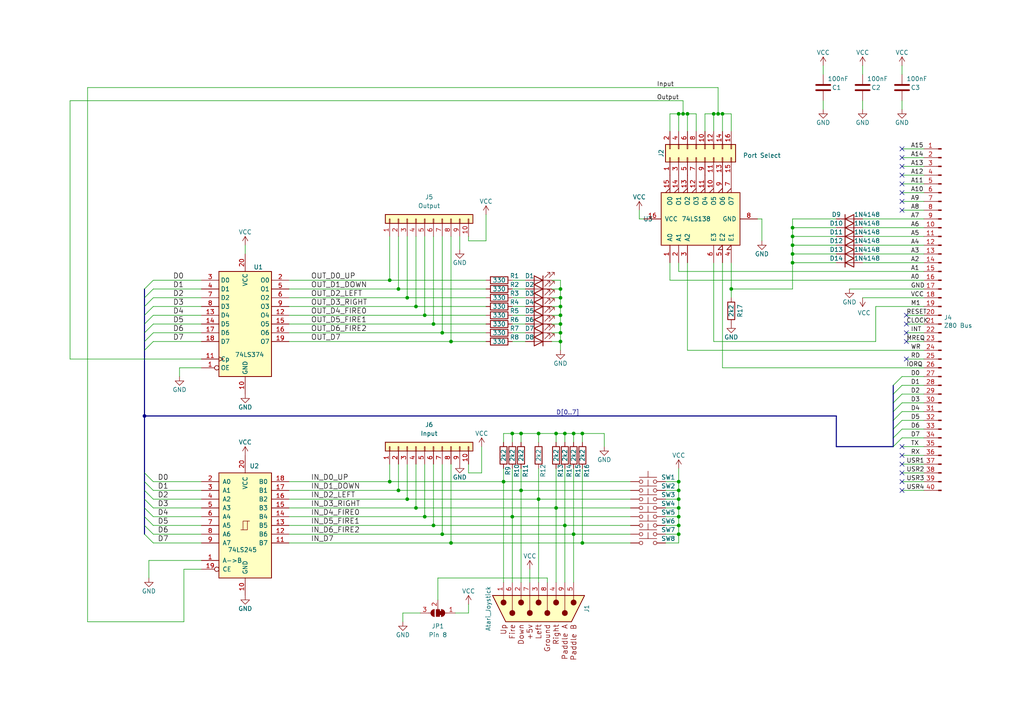
<source format=kicad_sch>
(kicad_sch (version 20231120) (generator "eeschema") (generator_version "8.0")
  (paper "A4")
  (title_block (title "aZ80 Digital I/O & Joystick") (date "2024-07-14") (rev "1.2") (company "Frank Hellmann") (comment 1 "Pin 8 non standard VCC"))
  (lib_symbols
    (symbol "74xx:74LS138" (pin_names (offset 1.016))
      (property "Reference" "U" (at -7.62 11.43 0))
      (property "Value" "74LS138" (at -7.62 -13.97 0))
      (symbol "74LS138_1_0"
        (pin input line (at -12.7 7.62 0) (length 5.08) (name "A0") (number "1"))
        (pin output output_low (at 12.7 -5.08 180) (length 5.08) (name "O5") (number "10"))
        (pin output output_low (at 12.7 -2.54 180) (length 5.08) (name "O4") (number "11"))
        (pin output output_low (at 12.7 0 180) (length 5.08) (name "O3") (number "12"))
        (pin output output_low (at 12.7 2.54 180) (length 5.08) (name "O2") (number "13"))
        (pin output output_low (at 12.7 5.08 180) (length 5.08) (name "O1") (number "14"))
        (pin output output_low (at 12.7 7.62 180) (length 5.08) (name "O0") (number "15"))
        (pin power_in line (at 0 15.24 270) (length 5.08) (name "VCC") (number "16"))
        (pin input line (at -12.7 5.08 0) (length 5.08) (name "A1") (number "2"))
        (pin input line (at -12.7 2.54 0) (length 5.08) (name "A2") (number "3"))
        (pin input input_low (at -12.7 -10.16 0) (length 5.08) (name "E1") (number "4"))
        (pin input input_low (at -12.7 -7.62 0) (length 5.08) (name "E2") (number "5"))
        (pin input line (at -12.7 -5.08 0) (length 5.08) (name "E3") (number "6"))
        (pin output output_low (at 12.7 -10.16 180) (length 5.08) (name "O7") (number "7"))
        (pin power_in line (at 0 -17.78 90) (length 5.08) (name "GND") (number "8"))
        (pin output output_low (at 12.7 -7.62 180) (length 5.08) (name "O6") (number "9"))
      )
    )
    (symbol "74xx:74LS245" (pin_names (offset 1.016))
      (property "Reference" "U" (at -7.62 16.51 0))
      (property "Value" "74LS245" (at -7.62 -16.51 0))
      (symbol "74LS245_1_0"
        (pin input line (at -12.7 -10.16 0) (length 5.08) (name "A->B") (number "1"))
        (pin power_in line (at 0 -20.32 90) (length 5.08) (name "GND") (number "10"))
        (pin tri_state line (at 12.7 -5.08 180) (length 5.08) (name "B7") (number "11"))
        (pin tri_state line (at 12.7 -2.54 180) (length 5.08) (name "B6") (number "12"))
        (pin tri_state line (at 12.7 0 180) (length 5.08) (name "B5") (number "13"))
        (pin tri_state line (at 12.7 2.54 180) (length 5.08) (name "B4") (number "14"))
        (pin tri_state line (at 12.7 5.08 180) (length 5.08) (name "B3") (number "15"))
        (pin tri_state line (at 12.7 7.62 180) (length 5.08) (name "B2") (number "16"))
        (pin tri_state line (at 12.7 10.16 180) (length 5.08) (name "B1") (number "17"))
        (pin tri_state line (at 12.7 12.7 180) (length 5.08) (name "B0") (number "18"))
        (pin input inverted (at -12.7 -12.7 0) (length 5.08) (name "CE") (number "19"))
        (pin tri_state line (at -12.7 12.7 0) (length 5.08) (name "A0") (number "2"))
        (pin power_in line (at 0 20.32 270) (length 5.08) (name "VCC") (number "20"))
        (pin tri_state line (at -12.7 10.16 0) (length 5.08) (name "A1") (number "3"))
        (pin tri_state line (at -12.7 7.62 0) (length 5.08) (name "A2") (number "4"))
        (pin tri_state line (at -12.7 5.08 0) (length 5.08) (name "A3") (number "5"))
        (pin tri_state line (at -12.7 2.54 0) (length 5.08) (name "A4") (number "6"))
        (pin tri_state line (at -12.7 0 0) (length 5.08) (name "A5") (number "7"))
        (pin tri_state line (at -12.7 -2.54 0) (length 5.08) (name "A6") (number "8"))
        (pin tri_state line (at -12.7 -5.08 0) (length 5.08) (name "A7") (number "9"))
      )
    )
    (symbol "74xx:74LS374"
      (property "Reference" "U" (at -7.62 16.51 0))
      (property "Value" "74LS374" (at -7.62 -16.51 0))
      (symbol "74LS374_1_0"
        (pin input inverted (at -12.7 -12.7 0) (length 5.08) (name "OE") (number "1"))
        (pin power_in line (at 0 -20.32 90) (length 5.08) (name "GND") (number "10"))
        (pin input clock (at -12.7 -10.16 0) (length 5.08) (name "Cp") (number "11"))
        (pin tri_state line (at 12.7 2.54 180) (length 5.08) (name "O4") (number "12"))
        (pin input line (at -12.7 2.54 0) (length 5.08) (name "D4") (number "13"))
        (pin input line (at -12.7 0 0) (length 5.08) (name "D5") (number "14"))
        (pin tri_state line (at 12.7 0 180) (length 5.08) (name "O5") (number "15"))
        (pin tri_state line (at 12.7 -2.54 180) (length 5.08) (name "O6") (number "16"))
        (pin input line (at -12.7 -2.54 0) (length 5.08) (name "D6") (number "17"))
        (pin input line (at -12.7 -5.08 0) (length 5.08) (name "D7") (number "18"))
        (pin tri_state line (at 12.7 -5.08 180) (length 5.08) (name "O7") (number "19"))
        (pin tri_state line (at 12.7 12.7 180) (length 5.08) (name "O0") (number "2"))
        (pin power_in line (at 0 20.32 270) (length 5.08) (name "VCC") (number "20"))
        (pin input line (at -12.7 12.7 0) (length 5.08) (name "D0") (number "3"))
        (pin input line (at -12.7 10.16 0) (length 5.08) (name "D1") (number "4"))
        (pin tri_state line (at 12.7 10.16 180) (length 5.08) (name "O1") (number "5"))
        (pin tri_state line (at 12.7 7.62 180) (length 5.08) (name "O2") (number "6"))
        (pin input line (at -12.7 7.62 0) (length 5.08) (name "D2") (number "7"))
        (pin input line (at -12.7 5.08 0) (length 5.08) (name "D3") (number "8"))
        (pin tri_state line (at 12.7 5.08 180) (length 5.08) (name "O3") (number "9"))
      )
    )
    (symbol "Connector_Generic:Conn_01x10" (pin_names (offset 1.016) hide)
      (property "Reference" "J" (at 0 12.7 0))
      (property "Value" "Conn_01x10" (at 0 -15.24 0))
      (symbol "Conn_01x10_1_1"
        (pin passive line (at -5.08 10.16 0) (length 3.81) (name "Pin_1") (number "1"))
        (pin passive line (at -5.08 -12.7 0) (length 3.81) (name "Pin_10") (number "10"))
        (pin passive line (at -5.08 7.62 0) (length 3.81) (name "Pin_2") (number "2"))
        (pin passive line (at -5.08 5.08 0) (length 3.81) (name "Pin_3") (number "3"))
        (pin passive line (at -5.08 2.54 0) (length 3.81) (name "Pin_4") (number "4"))
        (pin passive line (at -5.08 0 0) (length 3.81) (name "Pin_5") (number "5"))
        (pin passive line (at -5.08 -2.54 0) (length 3.81) (name "Pin_6") (number "6"))
        (pin passive line (at -5.08 -5.08 0) (length 3.81) (name "Pin_7") (number "7"))
        (pin passive line (at -5.08 -7.62 0) (length 3.81) (name "Pin_8") (number "8"))
        (pin passive line (at -5.08 -10.16 0) (length 3.81) (name "Pin_9") (number "9"))
      )
    )
    (symbol "Connector_Generic:Conn_02x08_Odd_Even" (pin_names (offset 1.016) hide)
      (property "Reference" "J" (at 1.27 10.16 0))
      (property "Value" "Conn_02x08_Odd_Even" (at 1.27 -12.7 0))
      (symbol "Conn_02x08_Odd_Even_1_1"
        (pin passive line (at -5.08 7.62 0) (length 3.81) (name "Pin_1") (number "1"))
        (pin passive line (at 7.62 -2.54 180) (length 3.81) (name "Pin_10") (number "10"))
        (pin passive line (at -5.08 -5.08 0) (length 3.81) (name "Pin_11") (number "11"))
        (pin passive line (at 7.62 -5.08 180) (length 3.81) (name "Pin_12") (number "12"))
        (pin passive line (at -5.08 -7.62 0) (length 3.81) (name "Pin_13") (number "13"))
        (pin passive line (at 7.62 -7.62 180) (length 3.81) (name "Pin_14") (number "14"))
        (pin passive line (at -5.08 -10.16 0) (length 3.81) (name "Pin_15") (number "15"))
        (pin passive line (at 7.62 -10.16 180) (length 3.81) (name "Pin_16") (number "16"))
        (pin passive line (at 7.62 7.62 180) (length 3.81) (name "Pin_2") (number "2"))
        (pin passive line (at -5.08 5.08 0) (length 3.81) (name "Pin_3") (number "3"))
        (pin passive line (at 7.62 5.08 180) (length 3.81) (name "Pin_4") (number "4"))
        (pin passive line (at -5.08 2.54 0) (length 3.81) (name "Pin_5") (number "5"))
        (pin passive line (at 7.62 2.54 180) (length 3.81) (name "Pin_6") (number "6"))
        (pin passive line (at -5.08 0 0) (length 3.81) (name "Pin_7") (number "7"))
        (pin passive line (at 7.62 0 180) (length 3.81) (name "Pin_8") (number "8"))
        (pin passive line (at -5.08 -2.54 0) (length 3.81) (name "Pin_9") (number "9"))
      )
    )
    (symbol "Device:C" (pin_numbers hide) (pin_names (offset 0.254))
      (property "Reference" "C" (at 0.635 2.54 0))
      (property "Value" "C" (at 0.635 -2.54 0))
      (symbol "C_1_1"
        (pin passive line (at 0 3.81 270) (length 2.794) (name "~") (number "1"))
        (pin passive line (at 0 -3.81 90) (length 2.794) (name "~") (number "2"))
      )
    )
    (symbol "Device:LED" (pin_numbers hide) (pin_names (offset 1.016) hide)
      (property "Reference" "D" (at 0 2.54 0))
      (property "Value" "LED" (at 0 -2.54 0))
      (symbol "LED_1_1"
        (pin passive line (at -3.81 0 0) (length 2.54) (name "K") (number "1"))
        (pin passive line (at 3.81 0 180) (length 2.54) (name "A") (number "2"))
      )
    )
    (symbol "Device:R" (pin_numbers hide) (pin_names (offset 0))
      (property "Reference" "R" (at 2.032 0 90))
      (property "Value" "R" (at 0 0 90))
      (symbol "R_1_1"
        (pin passive line (at 0 3.81 270) (length 1.27) (name "~") (number "1"))
        (pin passive line (at 0 -3.81 90) (length 1.27) (name "~") (number "2"))
      )
    )
    (symbol "Diode:1N4148" (pin_numbers hide) (pin_names hide)
      (property "Reference" "D" (at 0 2.54 0))
      (property "Value" "1N4148" (at 0 -2.54 0))
      (symbol "1N4148_1_1"
        (pin passive line (at -3.81 0 0) (length 2.54) (name "K") (number "1"))
        (pin passive line (at 3.81 0 180) (length 2.54) (name "A") (number "2"))
      )
    )
    (symbol "Jumper:SolderJumper_3_Bridged12" (pin_names (offset 0) hide) (exclude_from_sim yes) (in_bom no)
      (property "Reference" "JP" (at -2.54 -2.54 0))
      (property "Value" "SolderJumper_3_Bridged12" (at 0 2.794 0))
      (symbol "SolderJumper_3_Bridged12_1_1"
        (pin passive line (at -5.08 0 0) (length 2.54) (name "A") (number "1"))
        (pin passive line (at 0 -3.81 90) (length 2.54) (name "C") (number "2"))
        (pin passive line (at 5.08 0 180) (length 2.54) (name "B") (number "3"))
      )
    )
    (symbol "Switch:SW_Push" (pin_numbers hide) (pin_names (offset 1.016) hide)
      (property "Reference" "SW" (at 1.27 2.54 0))
      (property "Value" "SW_Push" (at 0 -1.524 0))
      (symbol "SW_Push_0_1"
        (pin passive line (at -5.08 0 0) (length 2.54) (name "1") (number "1"))
        (pin passive line (at 5.08 0 180) (length 2.54) (name "2") (number "2"))
      )
    )
    (symbol "aZ80_DIO-rescue:Atari_Joystick" (pin_names (offset 1.016) hide)
      (property "Reference" "J1" (at 0 13.97 0))
      (property "Value" "Atari_Joystick" (at 0 -14.605 0))
      (symbol "Atari_Joystick_0_0"
        (text "+5v" (at 4.445 -2.54 0) (effects (font (size 1.524 1.524)) (justify left)))
        (text "Down" (at 4.445 -5.08 0) (effects (font (size 1.524 1.524)) (justify left)))
        (text "Fire" (at 4.445 -7.62 0) (effects (font (size 1.524 1.524)) (justify left)))
        (text "Ground" (at 4.445 2.54 0) (effects (font (size 1.524 1.524)) (justify left)))
        (text "Left" (at 4.445 0 0) (effects (font (size 1.524 1.524)) (justify left)))
        (text "Paddle A" (at 4.445 7.62 0) (effects (font (size 1.524 1.524)) (justify left)))
        (text "Paddle B" (at 4.445 10.16 0) (effects (font (size 1.524 1.524)) (justify left)))
        (text "Right" (at 4.445 5.08 0) (effects (font (size 1.524 1.524)) (justify left)))
        (text "Up" (at 4.445 -10.16 0) (effects (font (size 1.524 1.524)) (justify left)))
      )
      (symbol "Atari_Joystick_1_1"
        (pin passive line (at -7.62 -10.16 0) (length 3.81) (name "1") (number "1"))
        (pin passive line (at -7.62 -5.08 0) (length 3.81) (name "2") (number "2"))
        (pin passive line (at -7.62 0 0) (length 3.81) (name "3") (number "3"))
        (pin passive line (at -7.62 5.08 0) (length 3.81) (name "4") (number "4"))
        (pin passive line (at -7.62 10.16 0) (length 3.81) (name "5") (number "5"))
        (pin passive line (at -7.62 -7.62 0) (length 3.81) (name "6") (number "6"))
        (pin power_out line (at -7.62 -2.54 0) (length 3.81) (name "7") (number "7"))
        (pin power_out line (at -7.62 2.54 0) (length 3.81) (name "8") (number "8"))
        (pin passive line (at -7.62 7.62 0) (length 3.81) (name "9") (number "9"))
      )
    )
    (symbol "aZ80_DIO-rescue:Conn_01x40_Male-Connector" (pin_names (offset 1.016) hide)
      (property "Reference" "J" (at 0 50.8 0))
      (property "Value" "Connector_Conn_01x40_Male" (at 0 -53.34 0))
      (symbol "Conn_01x40_Male-Connector_1_1"
        (pin passive line (at 5.08 48.26 180) (length 3.81) (name "Pin_1") (number "1"))
        (pin passive line (at 5.08 25.4 180) (length 3.81) (name "Pin_10") (number "10"))
        (pin passive line (at 5.08 22.86 180) (length 3.81) (name "Pin_11") (number "11"))
        (pin passive line (at 5.08 20.32 180) (length 3.81) (name "Pin_12") (number "12"))
        (pin passive line (at 5.08 17.78 180) (length 3.81) (name "Pin_13") (number "13"))
        (pin passive line (at 5.08 15.24 180) (length 3.81) (name "Pin_14") (number "14"))
        (pin passive line (at 5.08 12.7 180) (length 3.81) (name "Pin_15") (number "15"))
        (pin passive line (at 5.08 10.16 180) (length 3.81) (name "Pin_16") (number "16"))
        (pin passive line (at 5.08 7.62 180) (length 3.81) (name "Pin_17") (number "17"))
        (pin passive line (at 5.08 5.08 180) (length 3.81) (name "Pin_18") (number "18"))
        (pin passive line (at 5.08 2.54 180) (length 3.81) (name "Pin_19") (number "19"))
        (pin passive line (at 5.08 45.72 180) (length 3.81) (name "Pin_2") (number "2"))
        (pin passive line (at 5.08 0 180) (length 3.81) (name "Pin_20") (number "20"))
        (pin passive line (at 5.08 -2.54 180) (length 3.81) (name "Pin_21") (number "21"))
        (pin passive line (at 5.08 -5.08 180) (length 3.81) (name "Pin_22") (number "22"))
        (pin passive line (at 5.08 -7.62 180) (length 3.81) (name "Pin_23") (number "23"))
        (pin passive line (at 5.08 -10.16 180) (length 3.81) (name "Pin_24") (number "24"))
        (pin passive line (at 5.08 -12.7 180) (length 3.81) (name "Pin_25") (number "25"))
        (pin passive line (at 5.08 -15.24 180) (length 3.81) (name "Pin_26") (number "26"))
        (pin passive line (at 5.08 -17.78 180) (length 3.81) (name "Pin_27") (number "27"))
        (pin passive line (at 5.08 -20.32 180) (length 3.81) (name "Pin_28") (number "28"))
        (pin passive line (at 5.08 -22.86 180) (length 3.81) (name "Pin_29") (number "29"))
        (pin passive line (at 5.08 43.18 180) (length 3.81) (name "Pin_3") (number "3"))
        (pin passive line (at 5.08 -25.4 180) (length 3.81) (name "Pin_30") (number "30"))
        (pin passive line (at 5.08 -27.94 180) (length 3.81) (name "Pin_31") (number "31"))
        (pin passive line (at 5.08 -30.48 180) (length 3.81) (name "Pin_32") (number "32"))
        (pin passive line (at 5.08 -33.02 180) (length 3.81) (name "Pin_33") (number "33"))
        (pin passive line (at 5.08 -35.56 180) (length 3.81) (name "Pin_34") (number "34"))
        (pin passive line (at 5.08 -38.1 180) (length 3.81) (name "Pin_35") (number "35"))
        (pin passive line (at 5.08 -40.64 180) (length 3.81) (name "Pin_36") (number "36"))
        (pin passive line (at 5.08 -43.18 180) (length 3.81) (name "Pin_37") (number "37"))
        (pin passive line (at 5.08 -45.72 180) (length 3.81) (name "Pin_38") (number "38"))
        (pin passive line (at 5.08 -48.26 180) (length 3.81) (name "Pin_39") (number "39"))
        (pin passive line (at 5.08 40.64 180) (length 3.81) (name "Pin_4") (number "4"))
        (pin passive line (at 5.08 -50.8 180) (length 3.81) (name "Pin_40") (number "40"))
        (pin passive line (at 5.08 38.1 180) (length 3.81) (name "Pin_5") (number "5"))
        (pin passive line (at 5.08 35.56 180) (length 3.81) (name "Pin_6") (number "6"))
        (pin passive line (at 5.08 33.02 180) (length 3.81) (name "Pin_7") (number "7"))
        (pin passive line (at 5.08 30.48 180) (length 3.81) (name "Pin_8") (number "8"))
        (pin passive line (at 5.08 27.94 180) (length 3.81) (name "Pin_9") (number "9"))
      )
    )
    (symbol "power:GND" (power) (pin_names (offset 0))
      (property "Value" "GND" (at 0 -3.81 0))
      (symbol "GND_1_1"
        (pin power_in line (at 0 0 270) (length 0) hide (name "GND") (number "1"))
      )
    )
    (symbol "power:VCC" (power) (pin_names (offset 0))
      (property "Value" "VCC" (at 0 3.81 0))
      (symbol "VCC_1_1"
        (pin power_in line (at 0 0 90) (length 0) hide (name "VCC") (number "1"))
      )
    )
  )
  (junction (at 229.87 73.66))
  (junction (at 161.29 147.32))
  (junction (at 196.85 139.7))
  (junction (at 123.19 149.86))
  (junction (at 162.56 99.06))
  (junction (at 166.37 125.73))
  (junction (at 196.85 142.24))
  (junction (at 168.91 125.73))
  (junction (at 162.56 83.82))
  (junction (at 163.83 125.73))
  (junction (at 208.28 33.02))
  (junction (at 207.01 33.02))
  (junction (at 115.57 83.82))
  (junction (at 196.85 147.32))
  (junction (at 130.81 99.06))
  (junction (at 120.65 147.32))
  (junction (at 115.57 142.24))
  (junction (at 41.91 120.65))
  (junction (at 168.91 157.48))
  (junction (at 120.65 88.9))
  (junction (at 212.09 83.82))
  (junction (at 146.05 139.7))
  (junction (at 118.11 144.78))
  (junction (at 209.55 33.02))
  (junction (at 151.13 142.24))
  (junction (at 148.59 149.86))
  (junction (at 148.59 125.73))
  (junction (at 229.87 71.12))
  (junction (at 156.21 125.73))
  (junction (at 128.27 154.94))
  (junction (at 163.83 152.4))
  (junction (at 196.85 152.4))
  (junction (at 125.73 152.4))
  (junction (at 130.81 157.48))
  (junction (at 113.03 139.7))
  (junction (at 151.13 125.73))
  (junction (at 198.12 33.02))
  (junction (at 162.56 96.52))
  (junction (at 123.19 91.44))
  (junction (at 196.85 154.94))
  (junction (at 118.11 86.36))
  (junction (at 196.85 33.02))
  (junction (at 196.85 149.86))
  (junction (at 229.87 76.2))
  (junction (at 125.73 93.98))
  (junction (at 161.29 125.73))
  (junction (at 196.85 144.78))
  (junction (at 113.03 81.28))
  (junction (at 162.56 93.98))
  (junction (at 128.27 96.52))
  (junction (at 229.87 68.58))
  (junction (at 156.21 144.78))
  (junction (at 162.56 88.9))
  (junction (at 199.39 33.02))
  (junction (at 162.56 91.44))
  (junction (at 166.37 154.94))
  (junction (at 229.87 66.04))
  (junction (at 162.56 86.36))
  (no_connect (at 261.62 58.42))
  (no_connect (at 262.89 91.44))
  (no_connect (at 261.62 139.7))
  (no_connect (at 261.62 55.88))
  (no_connect (at 262.89 93.98))
  (no_connect (at 261.62 45.72))
  (no_connect (at 261.62 60.96))
  (no_connect (at 262.89 96.52))
  (no_connect (at 262.89 104.14))
  (no_connect (at 261.62 43.18))
  (no_connect (at 261.62 48.26))
  (no_connect (at 262.89 99.06))
  (no_connect (at 261.62 134.62))
  (no_connect (at 261.62 132.08))
  (no_connect (at 261.62 53.34))
  (no_connect (at 261.62 50.8))
  (no_connect (at 261.62 142.24))
  (no_connect (at 261.62 129.54))
  (no_connect (at 261.62 137.16))
  (bus_entry (at 259.08 111.76) (size 2.54 -2.54))
  (bus_entry (at 44.45 147.32) (size -2.54 -2.54))
  (bus_entry (at 44.45 157.48) (size -2.54 -2.54))
  (bus_entry (at 44.45 152.4) (size -2.54 -2.54))
  (bus_entry (at 259.08 121.92) (size 2.54 -2.54))
  (bus_entry (at 44.45 144.78) (size -2.54 -2.54))
  (bus_entry (at 259.08 119.38) (size 2.54 -2.54))
  (bus_entry (at 259.08 127) (size 2.54 -2.54))
  (bus_entry (at 259.08 129.54) (size 2.54 -2.54))
  (bus_entry (at 44.45 88.9) (size -2.54 2.54))
  (bus_entry (at 44.45 142.24) (size -2.54 -2.54))
  (bus_entry (at 44.45 83.82) (size -2.54 2.54))
  (bus_entry (at 259.08 114.3) (size 2.54 -2.54))
  (bus_entry (at 44.45 93.98) (size -2.54 2.54))
  (bus_entry (at 259.08 116.84) (size 2.54 -2.54))
  (bus_entry (at 44.45 154.94) (size -2.54 -2.54))
  (bus_entry (at 44.45 149.86) (size -2.54 -2.54))
  (bus_entry (at 44.45 91.44) (size -2.54 2.54))
  (bus_entry (at 44.45 96.52) (size -2.54 2.54))
  (bus_entry (at 259.08 124.46) (size 2.54 -2.54))
  (bus_entry (at 44.45 139.7) (size -2.54 -2.54))
  (bus_entry (at 44.45 81.28) (size -2.54 2.54))
  (bus_entry (at 44.45 86.36) (size -2.54 2.54))
  (bus_entry (at 44.45 99.06) (size -2.54 2.54))
  (wire (pts (xy 151.13 142.24) (xy 151.13 168.91)))
  (wire (pts (xy 194.31 33.02) (xy 194.31 38.1)))
  (bus (pts (xy 41.91 96.52) (xy 41.91 99.06)))
  (wire (pts (xy 196.85 152.4) (xy 196.85 154.94)))
  (wire (pts (xy 44.45 154.94) (xy 58.42 154.94)))
  (wire (pts (xy 123.19 68.58) (xy 123.19 91.44)))
  (wire (pts (xy 207.01 76.2) (xy 207.01 99.06)))
  (wire (pts (xy 160.02 83.82) (xy 162.56 83.82)))
  (wire (pts (xy 156.21 144.78) (xy 156.21 168.91)))
  (wire (pts (xy 193.04 144.78) (xy 196.85 144.78)))
  (wire (pts (xy 128.27 96.52) (xy 140.97 96.52)))
  (wire (pts (xy 148.59 135.89) (xy 148.59 149.86)))
  (wire (pts (xy 148.59 91.44) (xy 152.4 91.44)))
  (wire (pts (xy 242.57 63.5) (xy 229.87 63.5)))
  (wire (pts (xy 246.38 83.82) (xy 267.97 83.82)))
  (bus (pts (xy 259.08 119.38) (xy 259.08 121.92)))
  (wire (pts (xy 83.82 88.9) (xy 120.65 88.9)))
  (wire (pts (xy 250.19 86.36) (xy 267.97 86.36)))
  (wire (pts (xy 163.83 152.4) (xy 182.88 152.4)))
  (wire (pts (xy 166.37 154.94) (xy 182.88 154.94)))
  (wire (pts (xy 83.82 142.24) (xy 115.57 142.24)))
  (wire (pts (xy 161.29 128.27) (xy 161.29 125.73)))
  (wire (pts (xy 113.03 139.7) (xy 146.05 139.7)))
  (wire (pts (xy 118.11 86.36) (xy 140.97 86.36)))
  (wire (pts (xy 162.56 93.98) (xy 162.56 96.52)))
  (wire (pts (xy 267.97 93.98) (xy 262.89 93.98)))
  (wire (pts (xy 267.97 60.96) (xy 261.62 60.96)))
  (wire (pts (xy 267.97 55.88) (xy 261.62 55.88)))
  (wire (pts (xy 123.19 134.62) (xy 123.19 149.86)))
  (wire (pts (xy 199.39 101.6) (xy 267.97 101.6)))
  (wire (pts (xy 196.85 135.89) (xy 196.85 139.7)))
  (wire (pts (xy 161.29 135.89) (xy 161.29 147.32)))
  (wire (pts (xy 250.19 66.04) (xy 267.97 66.04)))
  (wire (pts (xy 130.81 157.48) (xy 168.91 157.48)))
  (wire (pts (xy 185.42 60.96) (xy 185.42 63.5)))
  (wire (pts (xy 44.45 91.44) (xy 58.42 91.44)))
  (wire (pts (xy 151.13 128.27) (xy 151.13 125.73)))
  (wire (pts (xy 43.18 167.64) (xy 43.18 162.56)))
  (wire (pts (xy 267.97 111.76) (xy 261.62 111.76)))
  (wire (pts (xy 44.45 99.06) (xy 58.42 99.06)))
  (wire (pts (xy 44.45 86.36) (xy 58.42 86.36)))
  (wire (pts (xy 113.03 81.28) (xy 140.97 81.28)))
  (bus (pts (xy 41.91 91.44) (xy 41.91 93.98)))
  (wire (pts (xy 146.05 139.7) (xy 146.05 168.91)))
  (wire (pts (xy 118.11 134.62) (xy 118.11 144.78)))
  (wire (pts (xy 196.85 149.86) (xy 196.85 152.4)))
  (wire (pts (xy 267.97 124.46) (xy 261.62 124.46)))
  (wire (pts (xy 44.45 149.86) (xy 58.42 149.86)))
  (wire (pts (xy 83.82 154.94) (xy 128.27 154.94)))
  (wire (pts (xy 196.85 142.24) (xy 196.85 144.78)))
  (wire (pts (xy 113.03 134.62) (xy 113.03 139.7)))
  (wire (pts (xy 44.45 142.24) (xy 58.42 142.24)))
  (wire (pts (xy 193.04 152.4) (xy 196.85 152.4)))
  (bus (pts (xy 41.91 99.06) (xy 41.91 101.6)))
  (wire (pts (xy 130.81 134.62) (xy 130.81 157.48)))
  (wire (pts (xy 83.82 149.86) (xy 123.19 149.86)))
  (wire (pts (xy 83.82 147.32) (xy 120.65 147.32)))
  (wire (pts (xy 175.26 125.73) (xy 175.26 129.54)))
  (wire (pts (xy 199.39 33.02) (xy 199.39 38.1)))
  (wire (pts (xy 267.97 58.42) (xy 261.62 58.42)))
  (wire (pts (xy 229.87 71.12) (xy 229.87 73.66)))
  (wire (pts (xy 83.82 83.82) (xy 115.57 83.82)))
  (wire (pts (xy 115.57 142.24) (xy 151.13 142.24)))
  (wire (pts (xy 207.01 99.06) (xy 254 99.06)))
  (wire (pts (xy 83.82 152.4) (xy 125.73 152.4)))
  (wire (pts (xy 71.12 71.12) (xy 71.12 73.66)))
  (wire (pts (xy 135.89 177.8) (xy 132.08 177.8)))
  (wire (pts (xy 135.89 69.85) (xy 140.97 69.85)))
  (wire (pts (xy 146.05 128.27) (xy 146.05 125.73)))
  (wire (pts (xy 83.82 139.7) (xy 113.03 139.7)))
  (wire (pts (xy 166.37 135.89) (xy 166.37 154.94)))
  (wire (pts (xy 267.97 109.22) (xy 261.62 109.22)))
  (wire (pts (xy 193.04 149.86) (xy 196.85 149.86)))
  (wire (pts (xy 163.83 128.27) (xy 163.83 125.73)))
  (wire (pts (xy 53.34 165.1) (xy 53.34 180.34)))
  (wire (pts (xy 212.09 33.02) (xy 212.09 38.1)))
  (wire (pts (xy 162.56 86.36) (xy 162.56 88.9)))
  (wire (pts (xy 267.97 91.44) (xy 262.89 91.44)))
  (bus (pts (xy 259.08 116.84) (xy 259.08 119.38)))
  (wire (pts (xy 128.27 154.94) (xy 166.37 154.94)))
  (wire (pts (xy 44.45 93.98) (xy 58.42 93.98)))
  (wire (pts (xy 250.19 68.58) (xy 267.97 68.58)))
  (wire (pts (xy 185.42 63.5) (xy 186.69 63.5)))
  (wire (pts (xy 156.21 135.89) (xy 156.21 144.78)))
  (wire (pts (xy 162.56 81.28) (xy 162.56 83.82)))
  (bus (pts (xy 242.57 129.54) (xy 242.57 120.65)))
  (wire (pts (xy 229.87 68.58) (xy 229.87 71.12)))
  (wire (pts (xy 120.65 88.9) (xy 140.97 88.9)))
  (wire (pts (xy 140.97 69.85) (xy 140.97 62.23)))
  (wire (pts (xy 229.87 76.2) (xy 242.57 76.2)))
  (wire (pts (xy 44.45 139.7) (xy 58.42 139.7)))
  (wire (pts (xy 125.73 68.58) (xy 125.73 93.98)))
  (wire (pts (xy 162.56 91.44) (xy 160.02 91.44)))
  (wire (pts (xy 267.97 129.54) (xy 261.62 129.54)))
  (wire (pts (xy 229.87 68.58) (xy 242.57 68.58)))
  (wire (pts (xy 123.19 149.86) (xy 148.59 149.86)))
  (bus (pts (xy 259.08 129.54) (xy 242.57 129.54)))
  (bus (pts (xy 259.08 129.54) (xy 259.08 127)))
  (wire (pts (xy 229.87 66.04) (xy 229.87 68.58)))
  (wire (pts (xy 229.87 83.82) (xy 212.09 83.82)))
  (wire (pts (xy 162.56 99.06) (xy 160.02 99.06)))
  (wire (pts (xy 135.89 68.58) (xy 135.89 69.85)))
  (bus (pts (xy 41.91 144.78) (xy 41.91 147.32)))
  (wire (pts (xy 25.4 25.4) (xy 208.28 25.4)))
  (wire (pts (xy 83.82 99.06) (xy 130.81 99.06)))
  (wire (pts (xy 44.45 157.48) (xy 58.42 157.48)))
  (wire (pts (xy 83.82 157.48) (xy 130.81 157.48)))
  (wire (pts (xy 127 167.64) (xy 158.75 167.64)))
  (wire (pts (xy 162.56 83.82) (xy 162.56 86.36)))
  (wire (pts (xy 196.85 147.32) (xy 196.85 149.86)))
  (wire (pts (xy 196.85 33.02) (xy 198.12 33.02)))
  (wire (pts (xy 53.34 180.34) (xy 25.4 180.34)))
  (wire (pts (xy 229.87 71.12) (xy 242.57 71.12)))
  (wire (pts (xy 116.84 180.34) (xy 116.84 177.8)))
  (wire (pts (xy 83.82 144.78) (xy 118.11 144.78)))
  (wire (pts (xy 204.47 33.02) (xy 204.47 38.1)))
  (wire (pts (xy 115.57 134.62) (xy 115.57 142.24)))
  (wire (pts (xy 267.97 119.38) (xy 261.62 119.38)))
  (wire (pts (xy 148.59 81.28) (xy 152.4 81.28)))
  (wire (pts (xy 196.85 154.94) (xy 196.85 157.48)))
  (wire (pts (xy 44.45 96.52) (xy 58.42 96.52)))
  (wire (pts (xy 125.73 134.62) (xy 125.73 152.4)))
  (wire (pts (xy 229.87 73.66) (xy 242.57 73.66)))
  (wire (pts (xy 208.28 25.4) (xy 208.28 33.02)))
  (wire (pts (xy 163.83 135.89) (xy 163.83 152.4)))
  (wire (pts (xy 43.18 162.56) (xy 58.42 162.56)))
  (wire (pts (xy 250.19 29.21) (xy 250.19 31.75)))
  (wire (pts (xy 123.19 91.44) (xy 140.97 91.44)))
  (wire (pts (xy 44.45 83.82) (xy 58.42 83.82)))
  (wire (pts (xy 267.97 142.24) (xy 261.62 142.24)))
  (wire (pts (xy 162.56 93.98) (xy 160.02 93.98)))
  (wire (pts (xy 207.01 33.02) (xy 207.01 38.1)))
  (wire (pts (xy 267.97 99.06) (xy 262.89 99.06)))
  (bus (pts (xy 242.57 120.65) (xy 41.91 120.65)))
  (wire (pts (xy 262.89 104.14) (xy 267.97 104.14)))
  (wire (pts (xy 153.67 168.91) (xy 153.67 165.1)))
  (wire (pts (xy 156.21 128.27) (xy 156.21 125.73)))
  (wire (pts (xy 115.57 68.58) (xy 115.57 83.82)))
  (wire (pts (xy 151.13 125.73) (xy 156.21 125.73)))
  (wire (pts (xy 135.89 134.62) (xy 135.89 137.16)))
  (wire (pts (xy 267.97 132.08) (xy 261.62 132.08)))
  (wire (pts (xy 162.56 96.52) (xy 162.56 99.06)))
  (wire (pts (xy 193.04 154.94) (xy 196.85 154.94)))
  (wire (pts (xy 267.97 137.16) (xy 261.62 137.16)))
  (wire (pts (xy 168.91 125.73) (xy 175.26 125.73)))
  (wire (pts (xy 250.19 63.5) (xy 267.97 63.5)))
  (wire (pts (xy 118.11 68.58) (xy 118.11 86.36)))
  (wire (pts (xy 267.97 53.34) (xy 261.62 53.34)))
  (wire (pts (xy 261.62 29.21) (xy 261.62 31.75)))
  (wire (pts (xy 194.31 76.2) (xy 194.31 81.28)))
  (wire (pts (xy 133.35 68.58) (xy 133.35 72.39)))
  (wire (pts (xy 267.97 127) (xy 261.62 127)))
  (wire (pts (xy 168.91 157.48) (xy 182.88 157.48)))
  (bus (pts (xy 41.91 137.16) (xy 41.91 139.7)))
  (wire (pts (xy 44.45 88.9) (xy 58.42 88.9)))
  (wire (pts (xy 135.89 175.26) (xy 135.89 177.8)))
  (wire (pts (xy 116.84 177.8) (xy 121.92 177.8)))
  (wire (pts (xy 199.39 76.2) (xy 199.39 101.6)))
  (bus (pts (xy 41.91 120.65) (xy 41.91 137.16)))
  (wire (pts (xy 146.05 125.73) (xy 148.59 125.73)))
  (wire (pts (xy 128.27 134.62) (xy 128.27 154.94)))
  (wire (pts (xy 196.85 33.02) (xy 196.85 38.1)))
  (wire (pts (xy 193.04 147.32) (xy 196.85 147.32)))
  (wire (pts (xy 44.45 152.4) (xy 58.42 152.4)))
  (bus (pts (xy 259.08 124.46) (xy 259.08 127)))
  (wire (pts (xy 162.56 91.44) (xy 162.56 93.98)))
  (wire (pts (xy 148.59 83.82) (xy 152.4 83.82)))
  (wire (pts (xy 194.31 33.02) (xy 196.85 33.02)))
  (wire (pts (xy 139.7 137.16) (xy 139.7 129.54)))
  (wire (pts (xy 220.98 69.85) (xy 220.98 63.5)))
  (wire (pts (xy 254 88.9) (xy 267.97 88.9)))
  (wire (pts (xy 198.12 33.02) (xy 199.39 33.02)))
  (wire (pts (xy 196.85 76.2) (xy 196.85 78.74)))
  (wire (pts (xy 148.59 99.06) (xy 152.4 99.06)))
  (wire (pts (xy 52.07 109.22) (xy 52.07 106.68)))
  (wire (pts (xy 162.56 88.9) (xy 162.56 91.44)))
  (bus (pts (xy 41.91 86.36) (xy 41.91 88.9)))
  (wire (pts (xy 199.39 33.02) (xy 201.93 33.02)))
  (wire (pts (xy 128.27 68.58) (xy 128.27 96.52)))
  (wire (pts (xy 267.97 48.26) (xy 261.62 48.26)))
  (wire (pts (xy 135.89 137.16) (xy 139.7 137.16)))
  (wire (pts (xy 113.03 68.58) (xy 113.03 81.28)))
  (wire (pts (xy 209.55 33.02) (xy 209.55 38.1)))
  (wire (pts (xy 127 167.64) (xy 127 173.99)))
  (wire (pts (xy 130.81 68.58) (xy 130.81 99.06)))
  (wire (pts (xy 198.12 29.21) (xy 198.12 33.02)))
  (wire (pts (xy 118.11 144.78) (xy 156.21 144.78)))
  (wire (pts (xy 209.55 33.02) (xy 212.09 33.02)))
  (wire (pts (xy 125.73 152.4) (xy 163.83 152.4)))
  (wire (pts (xy 209.55 106.68) (xy 267.97 106.68)))
  (wire (pts (xy 262.89 96.52) (xy 267.97 96.52)))
  (wire (pts (xy 148.59 149.86) (xy 148.59 168.91)))
  (wire (pts (xy 267.97 116.84) (xy 261.62 116.84)))
  (wire (pts (xy 161.29 147.32) (xy 182.88 147.32)))
  (wire (pts (xy 44.45 81.28) (xy 58.42 81.28)))
  (wire (pts (xy 151.13 135.89) (xy 151.13 142.24)))
  (bus (pts (xy 41.91 139.7) (xy 41.91 142.24)))
  (wire (pts (xy 160.02 81.28) (xy 162.56 81.28)))
  (wire (pts (xy 250.19 71.12) (xy 267.97 71.12)))
  (wire (pts (xy 193.04 142.24) (xy 196.85 142.24)))
  (wire (pts (xy 83.82 91.44) (xy 123.19 91.44)))
  (wire (pts (xy 148.59 96.52) (xy 152.4 96.52)))
  (wire (pts (xy 161.29 147.32) (xy 161.29 168.91)))
  (wire (pts (xy 20.32 104.14) (xy 20.32 29.21)))
  (wire (pts (xy 267.97 45.72) (xy 261.62 45.72)))
  (wire (pts (xy 146.05 135.89) (xy 146.05 139.7)))
  (bus (pts (xy 41.91 93.98) (xy 41.91 96.52)))
  (wire (pts (xy 267.97 139.7) (xy 261.62 139.7)))
  (wire (pts (xy 196.85 78.74) (xy 267.97 78.74)))
  (wire (pts (xy 83.82 81.28) (xy 113.03 81.28)))
  (wire (pts (xy 196.85 144.78) (xy 196.85 147.32)))
  (wire (pts (xy 53.34 165.1) (xy 58.42 165.1)))
  (wire (pts (xy 238.76 29.21) (xy 238.76 31.75)))
  (wire (pts (xy 148.59 149.86) (xy 182.88 149.86)))
  (wire (pts (xy 125.73 93.98) (xy 140.97 93.98)))
  (wire (pts (xy 267.97 134.62) (xy 261.62 134.62)))
  (wire (pts (xy 212.09 76.2) (xy 212.09 83.82)))
  (wire (pts (xy 196.85 157.48) (xy 193.04 157.48)))
  (wire (pts (xy 212.09 83.82) (xy 212.09 86.36)))
  (wire (pts (xy 115.57 83.82) (xy 140.97 83.82)))
  (wire (pts (xy 254 99.06) (xy 254 88.9)))
  (wire (pts (xy 166.37 125.73) (xy 166.37 128.27)))
  (bus (pts (xy 259.08 114.3) (xy 259.08 116.84)))
  (wire (pts (xy 250.19 73.66) (xy 267.97 73.66)))
  (wire (pts (xy 163.83 152.4) (xy 163.83 168.91)))
  (wire (pts (xy 151.13 142.24) (xy 182.88 142.24)))
  (wire (pts (xy 219.71 63.5) (xy 220.98 63.5)))
  (wire (pts (xy 162.56 99.06) (xy 162.56 101.6)))
  (wire (pts (xy 148.59 125.73) (xy 151.13 125.73)))
  (wire (pts (xy 20.32 104.14) (xy 58.42 104.14)))
  (wire (pts (xy 156.21 125.73) (xy 161.29 125.73)))
  (wire (pts (xy 267.97 43.18) (xy 261.62 43.18)))
  (wire (pts (xy 207.01 33.02) (xy 208.28 33.02)))
  (wire (pts (xy 162.56 88.9) (xy 160.02 88.9)))
  (wire (pts (xy 44.45 147.32) (xy 58.42 147.32)))
  (wire (pts (xy 156.21 144.78) (xy 182.88 144.78)))
  (wire (pts (xy 168.91 157.48) (xy 168.91 135.89)))
  (bus (pts (xy 41.91 88.9) (xy 41.91 91.44)))
  (wire (pts (xy 20.32 29.21) (xy 198.12 29.21)))
  (bus (pts (xy 41.91 152.4) (xy 41.91 154.94)))
  (wire (pts (xy 229.87 63.5) (xy 229.87 66.04)))
  (wire (pts (xy 229.87 73.66) (xy 229.87 76.2)))
  (wire (pts (xy 193.04 139.7) (xy 196.85 139.7)))
  (wire (pts (xy 163.83 125.73) (xy 166.37 125.73)))
  (wire (pts (xy 83.82 93.98) (xy 125.73 93.98)))
  (wire (pts (xy 204.47 33.02) (xy 207.01 33.02)))
  (wire (pts (xy 52.07 106.68) (xy 58.42 106.68)))
  (wire (pts (xy 267.97 50.8) (xy 261.62 50.8)))
  (bus (pts (xy 41.91 83.82) (xy 41.91 86.36)))
  (bus (pts (xy 41.91 149.86) (xy 41.91 152.4)))
  (wire (pts (xy 148.59 93.98) (xy 152.4 93.98)))
  (wire (pts (xy 120.65 147.32) (xy 161.29 147.32)))
  (wire (pts (xy 196.85 139.7) (xy 196.85 142.24)))
  (wire (pts (xy 229.87 66.04) (xy 242.57 66.04)))
  (wire (pts (xy 146.05 139.7) (xy 182.88 139.7)))
  (wire (pts (xy 250.19 19.05) (xy 250.19 21.59)))
  (wire (pts (xy 120.65 134.62) (xy 120.65 147.32)))
  (wire (pts (xy 130.81 99.06) (xy 140.97 99.06)))
  (bus (pts (xy 41.91 101.6) (xy 41.91 120.65)))
  (wire (pts (xy 166.37 125.73) (xy 168.91 125.73)))
  (wire (pts (xy 161.29 125.73) (xy 163.83 125.73)))
  (wire (pts (xy 208.28 33.02) (xy 209.55 33.02)))
  (wire (pts (xy 162.56 96.52) (xy 160.02 96.52)))
  (wire (pts (xy 229.87 76.2) (xy 229.87 83.82)))
  (wire (pts (xy 148.59 128.27) (xy 148.59 125.73)))
  (wire (pts (xy 83.82 86.36) (xy 118.11 86.36)))
  (wire (pts (xy 267.97 121.92) (xy 261.62 121.92)))
  (bus (pts (xy 259.08 121.92) (xy 259.08 124.46)))
  (wire (pts (xy 168.91 125.73) (xy 168.91 128.27)))
  (wire (pts (xy 261.62 19.05) (xy 261.62 21.59)))
  (bus (pts (xy 41.91 142.24) (xy 41.91 144.78)))
  (wire (pts (xy 250.19 76.2) (xy 267.97 76.2)))
  (wire (pts (xy 166.37 154.94) (xy 166.37 168.91)))
  (wire (pts (xy 148.59 86.36) (xy 152.4 86.36)))
  (wire (pts (xy 238.76 19.05) (xy 238.76 21.59)))
  (wire (pts (xy 201.93 33.02) (xy 201.93 38.1)))
  (bus (pts (xy 41.91 147.32) (xy 41.91 149.86)))
  (wire (pts (xy 120.65 68.58) (xy 120.65 88.9)))
  (bus (pts (xy 259.08 111.76) (xy 259.08 114.3)))
  (wire (pts (xy 209.55 76.2) (xy 209.55 106.68)))
  (wire (pts (xy 44.45 144.78) (xy 58.42 144.78)))
  (wire (pts (xy 83.82 96.52) (xy 128.27 96.52)))
  (wire (pts (xy 194.31 81.28) (xy 267.97 81.28)))
  (wire (pts (xy 25.4 180.34) (xy 25.4 25.4)))
  (wire (pts (xy 162.56 86.36) (xy 160.02 86.36)))
  (wire (pts (xy 148.59 88.9) (xy 152.4 88.9)))
  (wire (pts (xy 158.75 167.64) (xy 158.75 168.91)))
  (wire (pts (xy 267.97 114.3) (xy 261.62 114.3)))
  (label "INT" (at 264.16 96.52 0))
  (label "USR2" (at 262.89 137.16 0))
  (label "A13" (at 264.16 48.26 0))
  (label "A9" (at 264.16 58.42 0))
  (label "D5" (at 264.16 121.92 0))
  (label "D6" (at 264.16 124.46 0))
  (label "A12" (at 264.16 50.8 0))
  (label "D0" (at 45.72 139.7 0) (effects (font (size 1.524 1.524))))
  (label "OUT_D4_FIRE0" (at 90.17 91.44 0) (effects (font (size 1.524 1.524))))
  (label "OUT_D5_FIRE1" (at 90.17 93.98 0) (effects (font (size 1.524 1.524))))
  (label "D6" (at 45.72 154.94 0) (effects (font (size 1.524 1.524))))
  (label "D3" (at 45.72 147.32 0) (effects (font (size 1.524 1.524))))
  (label "OUT_D7" (at 90.17 99.06 0) (effects (font (size 1.524 1.524))))
  (label "D[0..7]" (at 161.29 120.65 0))
  (label "USR1" (at 262.89 134.62 0))
  (label "IN_D5_FIRE1" (at 90.17 152.4 0) (effects (font (size 1.524 1.524))))
  (label "RX" (at 264.16 132.08 0))
  (label "D6" (at 53.34 96.52 180) (effects (font (size 1.524 1.524))))
  (label "IN_D1_DOWN" (at 90.17 142.24 0) (effects (font (size 1.524 1.524))))
  (label "A8" (at 264.16 60.96 0))
  (label "TX" (at 264.16 129.54 0))
  (label "CLOCK" (at 262.89 93.98 0))
  (label "D7" (at 53.34 99.06 180) (effects (font (size 1.524 1.524))))
  (label "D4" (at 53.34 91.44 180) (effects (font (size 1.524 1.524))))
  (label "D2" (at 45.72 144.78 0) (effects (font (size 1.524 1.524))))
  (label "A7" (at 264.16 63.5 0))
  (label "D2" (at 53.34 86.36 180) (effects (font (size 1.524 1.524))))
  (label "A2" (at 264.16 76.2 0))
  (label "RESET" (at 262.89 91.44 0))
  (label "D2" (at 264.16 114.3 0))
  (label "OUT_D3_RIGHT" (at 90.17 88.9 0) (effects (font (size 1.524 1.524))))
  (label "D1" (at 53.34 83.82 180) (effects (font (size 1.524 1.524))))
  (label "RD" (at 264.16 104.14 0))
  (label "USR3" (at 262.89 139.7 0))
  (label "A1" (at 264.16 78.74 0))
  (label "D7" (at 264.16 127 0))
  (label "A0" (at 264.16 81.28 0))
  (label "A6" (at 264.16 66.04 0))
  (label "OUT_D1_DOWN" (at 90.17 83.82 0) (effects (font (size 1.524 1.524))))
  (label "D4" (at 45.72 149.86 0) (effects (font (size 1.524 1.524))))
  (label "WR" (at 264.16 101.6 0))
  (label "D7" (at 45.72 157.48 0) (effects (font (size 1.524 1.524))))
  (label "A11" (at 264.16 53.34 0))
  (label "VCC" (at 264.16 86.36 0))
  (label "A15" (at 264.16 43.18 0))
  (label "A14" (at 264.16 45.72 0))
  (label "D3" (at 264.16 116.84 0))
  (label "A5" (at 264.16 68.58 0))
  (label "A4" (at 264.16 71.12 0))
  (label "D1" (at 264.16 111.76 0))
  (label "USR4" (at 262.89 142.24 0))
  (label "M1" (at 264.16 88.9 0))
  (label "D0" (at 53.34 81.28 180) (effects (font (size 1.524 1.524))))
  (label "IN_D6_FIRE2" (at 90.17 154.94 0) (effects (font (size 1.524 1.524))))
  (label "IN_D4_FIRE0" (at 90.17 149.86 0) (effects (font (size 1.524 1.524))))
  (label "A10" (at 264.16 55.88 0))
  (label "IORQ" (at 262.89 106.68 0))
  (label "MREQ" (at 262.89 99.06 0))
  (label "OUT_D0_UP" (at 90.17 81.28 0) (effects (font (size 1.524 1.524))))
  (label "IN_D3_RIGHT" (at 90.17 147.32 0) (effects (font (size 1.524 1.524))))
  (label "GND" (at 264.16 83.82 0))
  (label "IN_D0_UP" (at 90.17 139.7 0) (effects (font (size 1.524 1.524))))
  (label "A3" (at 264.16 73.66 0))
  (label "D1" (at 45.72 142.24 0) (effects (font (size 1.524 1.524))))
  (label "IN_D2_LEFT" (at 90.17 144.78 0) (effects (font (size 1.524 1.524))))
  (label "OUT_D2_LEFT" (at 90.17 86.36 0) (effects (font (size 1.524 1.524))))
  (label "IN_D7" (at 90.17 157.48 0) (effects (font (size 1.524 1.524))))
  (label "Output" (at 190.5 29.21 0))
  (label "OUT_D6_FIRE2" (at 90.17 96.52 0) (effects (font (size 1.524 1.524))))
  (label "D3" (at 53.34 88.9 180) (effects (font (size 1.524 1.524))))
  (label "D4" (at 264.16 119.38 0))
  (label "D0" (at 264.16 109.22 0))
  (label "Input" (at 190.5 25.4 0))
  (label "D5" (at 53.34 93.98 180) (effects (font (size 1.524 1.524))))
  (label "D5" (at 45.72 152.4 0) (effects (font (size 1.524 1.524))))
  (symbol (lib_id "aZ80_DIO-rescue:Conn_01x40_Male-Connector") (at 273.05 91.44 0) (mirror y) (unit 1)
    (property "Reference" "J4" (at 273.7612 92.1004 0) (effects (justify right)))
    (property "Value" "Z80 Bus" (at 273.7612 94.4118 0) (effects (justify right)))
    (property "Footprint" "Connector_PinHeader_2.54mm:PinHeader_1x40_P2.54mm_Horizontal" (effects (hide yes)))
  )
  (symbol (lib_id "power:GND") (at 246.38 83.82 0) (unit 1)
    (property "Reference" "#PWR09" (effects (hide yes)))
    (property "Value" "GND" (at 246.38 87.63 0))
  )
  (symbol (lib_id "power:VCC") (at 250.19 86.36 0) (mirror x) (unit 1)
    (property "Reference" "#PWR010" (effects (hide yes)))
    (property "Value" "VCC" (at 250.6218 90.7542 0))
  )
  (symbol (lib_id "Switch:SW_Push") (at 187.96 139.7 0) (unit 1)
    (property "Reference" "SW1" (at 191.77 138.43 0) (effects (justify left)))
    (property "Value" "SW_Push" (effects (hide yes)))
    (property "Footprint" "Button_Switch_THT:SW_PUSH_6mm" (effects (hide yes)))
  )
  (symbol (lib_id "power:GND") (at 162.56 101.6 0) (unit 1)
    (property "Reference" "#PWR05" (effects (hide yes)))
    (property "Value" "GND" (at 162.56 105.41 0))
  )
  (symbol (lib_id "74xx:74LS138") (at 201.93 63.5 90) (unit 1)
    (property "Reference" "U3" (at 187.96 63.5 90))
    (property "Value" "74LS138" (at 201.93 63.5 90))
    (property "Footprint" "Package_DIP:DIP-16_W7.62mm_LongPads" (effects (hide yes)))
    (property "Datasheet" "http://www.ti.com/lit/gpn/sn74LS138" (effects (hide yes)))
  )
  (symbol (lib_id "Switch:SW_Push") (at 187.96 147.32 0) (unit 1)
    (property "Reference" "SW4" (at 191.77 146.05 0) (effects (justify left)))
    (property "Value" "SW_Push" (effects (hide yes)))
    (property "Footprint" "Button_Switch_THT:SW_PUSH_6mm" (effects (hide yes)))
  )
  (symbol (lib_id "Device:R") (at 166.37 132.08 180) (unit 1)
    (property "Reference" "R15" (at 167.64 136.525 90))
    (property "Value" "2k2" (at 166.37 132.08 90))
    (property "Footprint" "Resistor_THT:R_Axial_DIN0207_L6.3mm_D2.5mm_P10.16mm_Horizontal" (effects (hide yes)))
  )
  (symbol (lib_id "Device:LED") (at 156.21 86.36 180) (unit 1)
    (property "Reference" "D3" (at 154.94 85.09 0) (effects (justify left)))
    (property "Value" "LED_Small" (effects (hide yes)))
    (property "Footprint" "LED_THT:LED_D5.0mm" (effects (hide yes)))
  )
  (symbol (lib_id "power:GND") (at 133.35 72.39 0) (unit 1)
    (property "Reference" "#PWR017" (effects (hide yes)))
    (property "Value" "GND" (at 133.35 76.2 0))
  )
  (symbol (lib_id "power:VCC") (at 71.12 71.12 0) (unit 1)
    (property "Reference" "#PWR014" (effects (hide yes)))
    (property "Value" "VCC" (at 71.12 67.31 0))
  )
  (symbol (lib_id "power:GND") (at 175.26 129.54 0) (unit 1)
    (property "Reference" "#PWR06" (effects (hide yes)))
    (property "Value" "GND" (at 175.26 133.35 0))
  )
  (symbol (lib_id "Switch:SW_Push") (at 187.96 157.48 0) (unit 1)
    (property "Reference" "SW8" (at 191.77 156.21 0) (effects (justify left)))
    (property "Value" "SW_Push" (effects (hide yes)))
    (property "Footprint" "Button_Switch_THT:SW_PUSH_6mm" (effects (hide yes)))
  )
  (symbol (lib_id "power:VCC") (at 135.89 175.26 0) (unit 1)
    (property "Reference" "#PWR027" (effects (hide yes)))
    (property "Value" "VCC" (at 135.89 171.45 0))
  )
  (symbol (lib_id "Diode:1N4148") (at 246.38 66.04 0) (unit 1)
    (property "Reference" "D10" (at 242.57 64.77 0))
    (property "Value" "1N4148" (at 251.46 64.77 0))
    (property "Footprint" "Diode_THT:D_DO-35_SOD27_P7.62mm_Horizontal" (effects (hide yes)))
    (property "Datasheet" "https://assets.nexperia.com/documents/data-sheet/1N4148_1N4448.pdf" (effects (hide yes)))
    (property "Sim.Device" "D" (effects (hide yes)))
    (property "Sim.Pins" "1=K 2=A" (effects (hide yes)))
  )
  (symbol (lib_id "power:GND") (at 238.76 31.75 0) (unit 1)
    (property "Reference" "#PWR021" (effects (hide yes)))
    (property "Value" "GND" (at 238.76 35.56 0))
  )
  (symbol (lib_id "Switch:SW_Push") (at 187.96 142.24 0) (unit 1)
    (property "Reference" "SW2" (at 191.77 140.97 0) (effects (justify left)))
    (property "Value" "SW_Push" (effects (hide yes)))
    (property "Footprint" "Button_Switch_THT:SW_PUSH_6mm" (effects (hide yes)))
  )
  (symbol (lib_id "Device:LED") (at 156.21 99.06 180) (unit 1)
    (property "Reference" "D8" (at 154.94 97.79 0) (effects (justify left)))
    (property "Value" "LED_Small" (effects (hide yes)))
    (property "Footprint" "LED_THT:LED_D5.0mm" (effects (hide yes)))
  )
  (symbol (lib_id "Device:C") (at 250.19 25.4 0) (unit 1)
    (property "Reference" "C2" (at 252.73 25.4 0) (effects (justify left)))
    (property "Value" "100nF" (at 251.46 22.86 0) (effects (justify left)))
    (property "Footprint" "Capacitor_THT:C_Disc_D3.8mm_W2.6mm_P2.50mm" (effects (hide yes)))
  )
  (symbol (lib_id "Device:R") (at 151.13 132.08 180) (unit 1)
    (property "Reference" "R11" (at 152.4 136.525 90))
    (property "Value" "2k2" (at 151.13 132.08 90))
    (property "Footprint" "Resistor_THT:R_Axial_DIN0207_L6.3mm_D2.5mm_P10.16mm_Horizontal" (effects (hide yes)))
  )
  (symbol (lib_id "Diode:1N4148") (at 246.38 71.12 0) (unit 1)
    (property "Reference" "D12" (at 242.57 69.85 0))
    (property "Value" "1N4148" (at 251.46 69.85 0))
    (property "Footprint" "Diode_THT:D_DO-35_SOD27_P7.62mm_Horizontal" (effects (hide yes)))
    (property "Datasheet" "https://assets.nexperia.com/documents/data-sheet/1N4148_1N4448.pdf" (effects (hide yes)))
    (property "Sim.Device" "D" (effects (hide yes)))
    (property "Sim.Pins" "1=K 2=A" (effects (hide yes)))
  )
  (symbol (lib_id "Device:R") (at 163.83 132.08 180) (unit 1)
    (property "Reference" "R14" (at 165.1 136.525 90))
    (property "Value" "2k2" (at 163.83 132.08 90))
    (property "Footprint" "Resistor_THT:R_Axial_DIN0207_L6.3mm_D2.5mm_P10.16mm_Horizontal" (effects (hide yes)))
  )
  (symbol (lib_id "Switch:SW_Push") (at 187.96 152.4 0) (unit 1)
    (property "Reference" "SW6" (at 191.77 151.13 0) (effects (justify left)))
    (property "Value" "SW_Push" (effects (hide yes)))
    (property "Footprint" "Button_Switch_THT:SW_PUSH_6mm" (effects (hide yes)))
  )
  (symbol (lib_id "74xx:74LS374") (at 71.12 93.98 0) (unit 1)
    (property "Reference" "U1" (at 74.93 77.47 0))
    (property "Value" "74LS374" (at 72.39 102.87 0))
    (property "Footprint" "Package_DIP:DIP-20_W7.62mm_LongPads" (effects (hide yes)))
    (property "Datasheet" "http://www.ti.com/lit/gpn/sn74LS374" (effects (hide yes)))
  )
  (symbol (lib_id "power:VCC") (at 250.19 19.05 0) (unit 1)
    (property "Reference" "#PWR025" (effects (hide yes)))
    (property "Value" "VCC" (at 250.19 15.24 0))
  )
  (symbol (lib_id "power:VCC") (at 261.62 19.05 0) (unit 1)
    (property "Reference" "#PWR026" (effects (hide yes)))
    (property "Value" "VCC" (at 261.62 15.24 0))
  )
  (symbol (lib_id "Device:LED") (at 156.21 83.82 180) (unit 1)
    (property "Reference" "D2" (at 154.94 82.55 0) (effects (justify left)))
    (property "Value" "LED_Small" (effects (hide yes)))
    (property "Footprint" "LED_THT:LED_D5.0mm" (effects (hide yes)))
  )
  (symbol (lib_id "Device:C") (at 261.62 25.4 0) (unit 1)
    (property "Reference" "C3" (at 264.16 25.4 0) (effects (justify left)))
    (property "Value" "100nF" (at 262.89 22.86 0) (effects (justify left)))
    (property "Footprint" "Capacitor_THT:C_Disc_D3.8mm_W2.6mm_P2.50mm" (effects (hide yes)))
  )
  (symbol (lib_id "Jumper:SolderJumper_3_Bridged12") (at 127 177.8 180) (unit 1) (exclude_from_sim yes) (in_bom no)
    (property "Reference" "JP1" (at 127 181.61 0))
    (property "Value" "Pin 8" (at 127 184.15 0))
    (property "Footprint" "Jumper:SolderJumper-3_P1.3mm_Bridged2Bar12_RoundedPad1.0x1.5mm" (effects (hide yes)))
    (property "Description" "3-pole Solder Jumper, pins 1+2 closed/bridged" (effects (hide yes)))
  )
  (symbol (lib_id "Diode:1N4148") (at 246.38 73.66 0) (unit 1)
    (property "Reference" "D13" (at 242.57 72.39 0))
    (property "Value" "1N4148" (at 251.46 72.39 0))
    (property "Footprint" "Diode_THT:D_DO-35_SOD27_P7.62mm_Horizontal" (effects (hide yes)))
    (property "Datasheet" "https://assets.nexperia.com/documents/data-sheet/1N4148_1N4448.pdf" (effects (hide yes)))
    (property "Sim.Device" "D" (effects (hide yes)))
    (property "Sim.Pins" "1=K 2=A" (effects (hide yes)))
  )
  (symbol (lib_id "power:GND") (at 261.62 31.75 0) (unit 1)
    (property "Reference" "#PWR023" (effects (hide yes)))
    (property "Value" "GND" (at 261.62 35.56 0))
  )
  (symbol (lib_id "power:GND") (at 133.35 134.62 0) (unit 1)
    (property "Reference" "#PWR019" (effects (hide yes)))
    (property "Value" "GND" (at 133.35 138.43 0))
  )
  (symbol (lib_id "Device:LED") (at 156.21 91.44 180) (unit 1)
    (property "Reference" "D5" (at 154.94 90.17 0) (effects (justify left)))
    (property "Value" "LED_Small" (effects (hide yes)))
    (property "Footprint" "LED_THT:LED_D5.0mm" (effects (hide yes)))
  )
  (symbol (lib_id "power:VCC") (at 139.7 129.54 0) (unit 1)
    (property "Reference" "#PWR020" (effects (hide yes)))
    (property "Value" "VCC" (at 139.7 125.73 0))
  )
  (symbol (lib_id "Device:LED") (at 156.21 96.52 180) (unit 1)
    (property "Reference" "D7" (at 154.94 95.25 0) (effects (justify left)))
    (property "Value" "LED_Small" (effects (hide yes)))
    (property "Footprint" "LED_THT:LED_D5.0mm" (effects (hide yes)))
  )
  (symbol (lib_id "Device:R") (at 144.78 83.82 270) (unit 1)
    (property "Reference" "R2" (at 149.225 82.55 90))
    (property "Value" "330" (at 144.78 83.82 90))
    (property "Footprint" "Resistor_THT:R_Axial_DIN0207_L6.3mm_D2.5mm_P10.16mm_Horizontal" (effects (hide yes)))
  )
  (symbol (lib_id "Connector_Generic:Conn_02x08_Odd_Even") (at 201.93 45.72 90) (unit 1)
    (property "Reference" "J2" (at 191.77 44.45 0))
    (property "Value" "Port Select" (at 220.98 45.085 90))
    (property "Footprint" "Connector_PinHeader_2.54mm:PinHeader_2x08_P2.54mm_Vertical" (effects (hide yes)))
  )
  (symbol (lib_id "Device:C") (at 238.76 25.4 0) (unit 1)
    (property "Reference" "C1" (at 241.3 25.4 0) (effects (justify left)))
    (property "Value" "100nF" (at 240.03 22.86 0) (effects (justify left)))
    (property "Footprint" "Capacitor_THT:C_Disc_D3.8mm_W2.6mm_P2.50mm" (effects (hide yes)))
  )
  (symbol (lib_id "Switch:SW_Push") (at 187.96 154.94 0) (unit 1)
    (property "Reference" "SW7" (at 191.77 153.67 0) (effects (justify left)))
    (property "Value" "SW_Push" (effects (hide yes)))
    (property "Footprint" "Button_Switch_THT:SW_PUSH_6mm" (effects (hide yes)))
  )
  (symbol (lib_id "Device:R") (at 144.78 86.36 270) (unit 1)
    (property "Reference" "R3" (at 149.225 85.09 90))
    (property "Value" "330" (at 144.78 86.36 90))
    (property "Footprint" "Resistor_THT:R_Axial_DIN0207_L6.3mm_D2.5mm_P10.16mm_Horizontal" (effects (hide yes)))
  )
  (symbol (lib_id "power:GND") (at 220.98 69.85 0) (unit 1)
    (property "Reference" "#PWR012" (effects (hide yes)))
    (property "Value" "GND" (at 220.98 73.66 0))
  )
  (symbol (lib_id "Device:R") (at 212.09 90.17 180) (unit 1)
    (property "Reference" "R17" (at 214.63 90.17 90))
    (property "Value" "2k2" (at 212.09 90.17 90))
    (property "Footprint" "Resistor_THT:R_Axial_DIN0207_L6.3mm_D2.5mm_P10.16mm_Horizontal" (effects (hide yes)))
  )
  (symbol (lib_id "aZ80_DIO-rescue:Atari_Joystick") (at 156.21 176.53 270) (unit 1)
    (property "Reference" "J1" (at 170.18 176.53 0))
    (property "Value" "Atari_Joystick" (at 141.605 176.53 0))
    (property "Footprint" "Connector_Dsub:DSUB-9_Male_Horizontal_P2.77x2.84mm_EdgePinOffset7.70mm_Housed_MountingHolesOffset9.12mm" (effects (hide yes)))
  )
  (symbol (lib_id "Diode:1N4148") (at 246.38 76.2 0) (unit 1)
    (property "Reference" "D14" (at 242.57 74.93 0))
    (property "Value" "1N4148" (at 251.46 74.93 0))
    (property "Footprint" "Diode_THT:D_DO-35_SOD27_P7.62mm_Horizontal" (effects (hide yes)))
    (property "Datasheet" "https://assets.nexperia.com/documents/data-sheet/1N4148_1N4448.pdf" (effects (hide yes)))
    (property "Sim.Device" "D" (effects (hide yes)))
    (property "Sim.Pins" "1=K 2=A" (effects (hide yes)))
  )
  (symbol (lib_id "power:GND") (at 43.18 167.64 0) (unit 1)
    (property "Reference" "#PWR01" (effects (hide yes)))
    (property "Value" "GND" (at 43.18 171.45 0))
  )
  (symbol (lib_id "Device:R") (at 144.78 96.52 270) (unit 1)
    (property "Reference" "R7" (at 149.225 95.25 90))
    (property "Value" "330" (at 144.78 96.52 90))
    (property "Footprint" "Resistor_THT:R_Axial_DIN0207_L6.3mm_D2.5mm_P10.16mm_Horizontal" (effects (hide yes)))
  )
  (symbol (lib_id "Switch:SW_Push") (at 187.96 144.78 0) (unit 1)
    (property "Reference" "SW3" (at 191.77 143.51 0) (effects (justify left)))
    (property "Value" "SW_Push" (effects (hide yes)))
    (property "Footprint" "Button_Switch_THT:SW_PUSH_6mm" (effects (hide yes)))
  )
  (symbol (lib_id "power:GND") (at 52.07 109.22 0) (unit 1)
    (property "Reference" "#PWR02" (effects (hide yes)))
    (property "Value" "GND" (at 52.07 113.03 0))
  )
  (symbol (lib_id "power:GND") (at 116.84 180.34 0) (unit 1)
    (property "Reference" "#PWR04" (effects (hide yes)))
    (property "Value" "GND" (at 116.84 184.15 0))
  )
  (symbol (lib_id "Device:R") (at 144.78 91.44 270) (unit 1)
    (property "Reference" "R5" (at 149.225 90.17 90))
    (property "Value" "330" (at 144.78 91.44 90))
    (property "Footprint" "Resistor_THT:R_Axial_DIN0207_L6.3mm_D2.5mm_P10.16mm_Horizontal" (effects (hide yes)))
  )
  (symbol (lib_id "Device:R") (at 144.78 81.28 270) (unit 1)
    (property "Reference" "R1" (at 149.225 80.01 90))
    (property "Value" "330" (at 144.78 81.28 90))
    (property "Footprint" "Resistor_THT:R_Axial_DIN0207_L6.3mm_D2.5mm_P10.16mm_Horizontal" (effects (hide yes)))
  )
  (symbol (lib_id "Device:R") (at 144.78 93.98 270) (unit 1)
    (property "Reference" "R6" (at 149.225 92.71 90))
    (property "Value" "330" (at 144.78 93.98 90))
    (property "Footprint" "Resistor_THT:R_Axial_DIN0207_L6.3mm_D2.5mm_P10.16mm_Horizontal" (effects (hide yes)))
  )
  (symbol (lib_id "power:VCC") (at 238.76 19.05 0) (unit 1)
    (property "Reference" "#PWR024" (effects (hide yes)))
    (property "Value" "VCC" (at 238.76 15.24 0))
  )
  (symbol (lib_id "power:VCC") (at 140.97 62.23 0) (unit 1)
    (property "Reference" "#PWR018" (effects (hide yes)))
    (property "Value" "VCC" (at 140.97 58.42 0))
  )
  (symbol (lib_id "Device:LED") (at 156.21 81.28 180) (unit 1)
    (property "Reference" "D1" (at 154.94 80.01 0) (effects (justify left)))
    (property "Value" "LED_Small" (effects (hide yes)))
    (property "Footprint" "LED_THT:LED_D5.0mm" (effects (hide yes)))
  )
  (symbol (lib_id "Device:LED") (at 156.21 88.9 180) (unit 1)
    (property "Reference" "D4" (at 154.94 87.63 0) (effects (justify left)))
    (property "Value" "LED_Small" (effects (hide yes)))
    (property "Footprint" "LED_THT:LED_D5.0mm" (effects (hide yes)))
  )
  (symbol (lib_id "Device:R") (at 168.91 132.08 180) (unit 1)
    (property "Reference" "R16" (at 170.18 136.525 90))
    (property "Value" "2k2" (at 168.91 132.08 90))
    (property "Footprint" "Resistor_THT:R_Axial_DIN0207_L6.3mm_D2.5mm_P10.16mm_Horizontal" (effects (hide yes)))
  )
  (symbol (lib_id "power:VCC") (at 185.42 60.96 0) (unit 1)
    (property "Reference" "#PWR011" (effects (hide yes)))
    (property "Value" "VCC" (at 185.42 57.15 0))
  )
  (symbol (lib_id "power:GND") (at 71.12 114.3 0) (unit 1)
    (property "Reference" "#PWR013" (effects (hide yes)))
    (property "Value" "GND" (at 71.12 118.11 0))
  )
  (symbol (lib_id "Connector_Generic:Conn_01x10") (at 123.19 63.5 90) (unit 1)
    (property "Reference" "J5" (at 124.46 57.15 90))
    (property "Value" "Output" (at 124.46 59.69 90))
    (property "Footprint" "Connector_PinHeader_2.54mm:PinHeader_1x10_P2.54mm_Vertical" (effects (hide yes)))
  )
  (symbol (lib_id "Device:R") (at 148.59 132.08 180) (unit 1)
    (property "Reference" "R10" (at 149.86 136.525 90))
    (property "Value" "2k2" (at 148.59 132.08 90))
    (property "Footprint" "Resistor_THT:R_Axial_DIN0207_L6.3mm_D2.5mm_P10.16mm_Horizontal" (effects (hide yes)))
  )
  (symbol (lib_id "Switch:SW_Push") (at 187.96 149.86 0) (unit 1)
    (property "Reference" "SW5" (at 191.77 148.59 0) (effects (justify left)))
    (property "Value" "SW_Push" (effects (hide yes)))
    (property "Footprint" "Button_Switch_THT:SW_PUSH_6mm" (effects (hide yes)))
  )
  (symbol (lib_id "Device:R") (at 161.29 132.08 180) (unit 1)
    (property "Reference" "R13" (at 162.56 136.525 90))
    (property "Value" "2k2" (at 161.29 132.08 90))
    (property "Footprint" "Resistor_THT:R_Axial_DIN0207_L6.3mm_D2.5mm_P10.16mm_Horizontal" (effects (hide yes)))
  )
  (symbol (lib_id "Device:R") (at 144.78 99.06 270) (unit 1)
    (property "Reference" "R8" (at 149.225 97.79 90))
    (property "Value" "330" (at 144.78 99.06 90))
    (property "Footprint" "Resistor_THT:R_Axial_DIN0207_L6.3mm_D2.5mm_P10.16mm_Horizontal" (effects (hide yes)))
  )
  (symbol (lib_id "power:GND") (at 71.12 172.72 0) (unit 1)
    (property "Reference" "#PWR015" (effects (hide yes)))
    (property "Value" "GND" (at 71.12 176.53 0))
  )
  (symbol (lib_id "Diode:1N4148") (at 246.38 63.5 0) (unit 1)
    (property "Reference" "D9" (at 242.57 62.23 0))
    (property "Value" "1N4148" (at 251.46 62.23 0))
    (property "Footprint" "Diode_THT:D_DO-35_SOD27_P7.62mm_Horizontal" (effects (hide yes)))
    (property "Datasheet" "https://assets.nexperia.com/documents/data-sheet/1N4148_1N4448.pdf" (effects (hide yes)))
    (property "Sim.Device" "D" (effects (hide yes)))
    (property "Sim.Pins" "1=K 2=A" (effects (hide yes)))
  )
  (symbol (lib_id "Device:R") (at 156.21 132.08 180) (unit 1)
    (property "Reference" "R12" (at 157.48 136.525 90))
    (property "Value" "2k2" (at 156.21 132.08 90))
    (property "Footprint" "Resistor_THT:R_Axial_DIN0207_L6.3mm_D2.5mm_P10.16mm_Horizontal" (effects (hide yes)))
  )
  (symbol (lib_id "power:VCC") (at 71.12 132.08 0) (unit 1)
    (property "Reference" "#PWR016" (effects (hide yes)))
    (property "Value" "VCC" (at 71.12 128.27 0))
  )
  (symbol (lib_id "power:GND") (at 250.19 31.75 0) (unit 1)
    (property "Reference" "#PWR022" (effects (hide yes)))
    (property "Value" "GND" (at 250.19 35.56 0))
  )
  (symbol (lib_id "Device:R") (at 144.78 88.9 270) (unit 1)
    (property "Reference" "R4" (at 149.225 87.63 90))
    (property "Value" "330" (at 144.78 88.9 90))
    (property "Footprint" "Resistor_THT:R_Axial_DIN0207_L6.3mm_D2.5mm_P10.16mm_Horizontal" (effects (hide yes)))
  )
  (symbol (lib_id "power:VCC") (at 196.85 135.89 0) (unit 1)
    (property "Reference" "#PWR07" (effects (hide yes)))
    (property "Value" "VCC" (at 196.85 132.08 0))
  )
  (symbol (lib_id "Connector_Generic:Conn_01x10") (at 123.19 129.54 90) (unit 1)
    (property "Reference" "J6" (at 124.46 123.19 90))
    (property "Value" "Input" (at 124.46 125.73 90))
    (property "Footprint" "Connector_PinHeader_2.54mm:PinHeader_1x10_P2.54mm_Vertical" (effects (hide yes)))
  )
  (symbol (lib_id "74xx:74LS245") (at 71.12 152.4 0) (unit 1)
    (property "Reference" "U2" (at 72.39 135.89 0) (effects (justify left bottom)))
    (property "Value" "74LS245" (at 66.04 158.75 0) (effects (justify left top)))
    (property "Footprint" "Package_DIP:DIP-20_W7.62mm_LongPads" (effects (hide yes)))
    (property "Datasheet" "http://www.ti.com/lit/gpn/sn74LS245" (effects (hide yes)))
  )
  (symbol (lib_id "Diode:1N4148") (at 246.38 68.58 0) (unit 1)
    (property "Reference" "D11" (at 242.57 67.31 0))
    (property "Value" "1N4148" (at 251.46 67.31 0))
    (property "Footprint" "Diode_THT:D_DO-35_SOD27_P7.62mm_Horizontal" (effects (hide yes)))
    (property "Datasheet" "https://assets.nexperia.com/documents/data-sheet/1N4148_1N4448.pdf" (effects (hide yes)))
    (property "Sim.Device" "D" (effects (hide yes)))
    (property "Sim.Pins" "1=K 2=A" (effects (hide yes)))
  )
  (symbol (lib_id "Device:R") (at 146.05 132.08 180) (unit 1)
    (property "Reference" "R9" (at 147.32 136.525 90))
    (property "Value" "2k2" (at 146.05 132.08 90))
    (property "Footprint" "Resistor_THT:R_Axial_DIN0207_L6.3mm_D2.5mm_P10.16mm_Horizontal" (effects (hide yes)))
  )
  (symbol (lib_id "power:VCC") (at 153.67 165.1 0) (unit 1)
    (property "Reference" "#PWR03" (effects (hide yes)))
    (property "Value" "VCC" (at 153.67 161.29 0))
  )
  (symbol (lib_id "Device:LED") (at 156.21 93.98 180) (unit 1)
    (property "Reference" "D6" (at 154.94 92.71 0) (effects (justify left)))
    (property "Value" "LED_Small" (effects (hide yes)))
    (property "Footprint" "LED_THT:LED_D5.0mm" (effects (hide yes)))
  )
  (symbol (lib_id "power:GND") (at 212.09 93.98 0) (unit 1)
    (property "Reference" "#PWR08" (effects (hide yes)))
    (property "Value" "GND" (at 212.09 97.79 0))
  )
)
</source>
